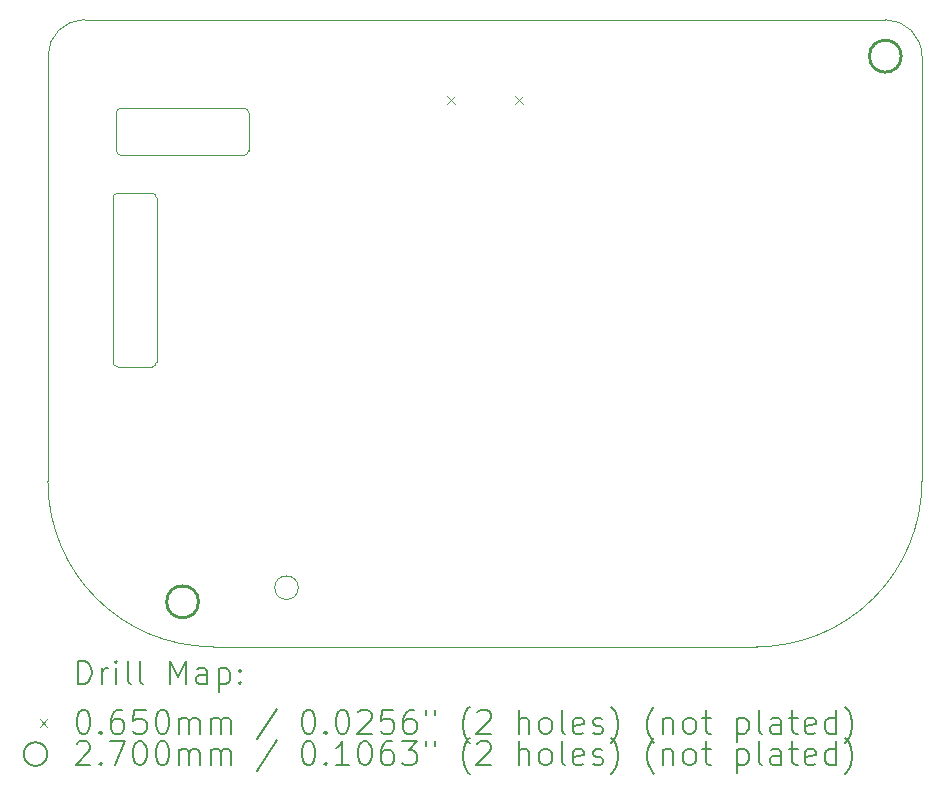
<source format=gbr>
%TF.GenerationSoftware,KiCad,Pcbnew,9.0.0*%
%TF.CreationDate,2025-04-02T18:41:46+03:00*%
%TF.ProjectId,bbq20_keyboard,62627132-305f-46b6-9579-626f6172642e,2*%
%TF.SameCoordinates,Original*%
%TF.FileFunction,Drillmap*%
%TF.FilePolarity,Positive*%
%FSLAX45Y45*%
G04 Gerber Fmt 4.5, Leading zero omitted, Abs format (unit mm)*
G04 Created by KiCad (PCBNEW 9.0.0) date 2025-04-02 18:41:46*
%MOMM*%
%LPD*%
G01*
G04 APERTURE LIST*
%ADD10C,0.100000*%
%ADD11C,0.200000*%
%ADD12C,0.270000*%
G04 APERTURE END LIST*
D10*
X11960000Y-9930000D02*
X11670000Y-9930000D01*
X18170000Y-6990000D02*
G75*
G02*
X18480000Y-7300000I0J-310000D01*
G01*
X12740000Y-7740000D02*
X11700000Y-7740000D01*
X11660000Y-7780000D02*
G75*
G02*
X11700000Y-7740000I40000J0D01*
G01*
X11700000Y-8140000D02*
X12740000Y-8140000D01*
X18170000Y-6990000D02*
X11390000Y-6990000D01*
X11960000Y-8460000D02*
X11670000Y-8460000D01*
X11960000Y-8460000D02*
G75*
G02*
X12000000Y-8500000I0J-40000D01*
G01*
X11630000Y-8500000D02*
X11630000Y-9890000D01*
X12000000Y-9890000D02*
G75*
G02*
X11960000Y-9930000I-40000J0D01*
G01*
X11660000Y-7780000D02*
X11660000Y-8100000D01*
X11700000Y-8140000D02*
G75*
G02*
X11660000Y-8100000I0J40000D01*
G01*
X11670000Y-9930000D02*
G75*
G02*
X11630000Y-9890000I0J40000D01*
G01*
X11080000Y-7300000D02*
G75*
G02*
X11390000Y-6990000I310000J0D01*
G01*
X18480000Y-10900000D02*
G75*
G02*
X17080000Y-12300000I-1400000J0D01*
G01*
X12780000Y-7780000D02*
X12780000Y-8100000D01*
X18480000Y-7300000D02*
X18480000Y-10900000D01*
X12000000Y-8500000D02*
X12000000Y-9890000D01*
X12480000Y-12300000D02*
G75*
G02*
X11080000Y-10900000I0J1400000D01*
G01*
X12740000Y-7740000D02*
G75*
G02*
X12780000Y-7780000I0J-40000D01*
G01*
X11630000Y-8500000D02*
G75*
G02*
X11670000Y-8460000I40000J0D01*
G01*
X17080000Y-12300000D02*
X12480000Y-12300000D01*
X13200000Y-11800000D02*
G75*
G02*
X13000000Y-11800000I-100000J0D01*
G01*
X13000000Y-11800000D02*
G75*
G02*
X13200000Y-11800000I100000J0D01*
G01*
X12780000Y-8100000D02*
G75*
G02*
X12740000Y-8140000I-40000J0D01*
G01*
X11080000Y-10900000D02*
X11080000Y-7300000D01*
D11*
D10*
X14458500Y-7637500D02*
X14523500Y-7702500D01*
X14523500Y-7637500D02*
X14458500Y-7702500D01*
X15036500Y-7637500D02*
X15101500Y-7702500D01*
X15101500Y-7637500D02*
X15036500Y-7702500D01*
D12*
X12355000Y-11920000D02*
G75*
G02*
X12085000Y-11920000I-135000J0D01*
G01*
X12085000Y-11920000D02*
G75*
G02*
X12355000Y-11920000I135000J0D01*
G01*
X18305000Y-7300000D02*
G75*
G02*
X18035000Y-7300000I-135000J0D01*
G01*
X18035000Y-7300000D02*
G75*
G02*
X18305000Y-7300000I135000J0D01*
G01*
D11*
X11335777Y-12616484D02*
X11335777Y-12416484D01*
X11335777Y-12416484D02*
X11383396Y-12416484D01*
X11383396Y-12416484D02*
X11411967Y-12426008D01*
X11411967Y-12426008D02*
X11431015Y-12445055D01*
X11431015Y-12445055D02*
X11440539Y-12464103D01*
X11440539Y-12464103D02*
X11450062Y-12502198D01*
X11450062Y-12502198D02*
X11450062Y-12530769D01*
X11450062Y-12530769D02*
X11440539Y-12568865D01*
X11440539Y-12568865D02*
X11431015Y-12587912D01*
X11431015Y-12587912D02*
X11411967Y-12606960D01*
X11411967Y-12606960D02*
X11383396Y-12616484D01*
X11383396Y-12616484D02*
X11335777Y-12616484D01*
X11535777Y-12616484D02*
X11535777Y-12483150D01*
X11535777Y-12521246D02*
X11545301Y-12502198D01*
X11545301Y-12502198D02*
X11554824Y-12492674D01*
X11554824Y-12492674D02*
X11573872Y-12483150D01*
X11573872Y-12483150D02*
X11592920Y-12483150D01*
X11659586Y-12616484D02*
X11659586Y-12483150D01*
X11659586Y-12416484D02*
X11650062Y-12426008D01*
X11650062Y-12426008D02*
X11659586Y-12435531D01*
X11659586Y-12435531D02*
X11669110Y-12426008D01*
X11669110Y-12426008D02*
X11659586Y-12416484D01*
X11659586Y-12416484D02*
X11659586Y-12435531D01*
X11783396Y-12616484D02*
X11764348Y-12606960D01*
X11764348Y-12606960D02*
X11754824Y-12587912D01*
X11754824Y-12587912D02*
X11754824Y-12416484D01*
X11888158Y-12616484D02*
X11869110Y-12606960D01*
X11869110Y-12606960D02*
X11859586Y-12587912D01*
X11859586Y-12587912D02*
X11859586Y-12416484D01*
X12116729Y-12616484D02*
X12116729Y-12416484D01*
X12116729Y-12416484D02*
X12183396Y-12559341D01*
X12183396Y-12559341D02*
X12250062Y-12416484D01*
X12250062Y-12416484D02*
X12250062Y-12616484D01*
X12431015Y-12616484D02*
X12431015Y-12511722D01*
X12431015Y-12511722D02*
X12421491Y-12492674D01*
X12421491Y-12492674D02*
X12402443Y-12483150D01*
X12402443Y-12483150D02*
X12364348Y-12483150D01*
X12364348Y-12483150D02*
X12345301Y-12492674D01*
X12431015Y-12606960D02*
X12411967Y-12616484D01*
X12411967Y-12616484D02*
X12364348Y-12616484D01*
X12364348Y-12616484D02*
X12345301Y-12606960D01*
X12345301Y-12606960D02*
X12335777Y-12587912D01*
X12335777Y-12587912D02*
X12335777Y-12568865D01*
X12335777Y-12568865D02*
X12345301Y-12549817D01*
X12345301Y-12549817D02*
X12364348Y-12540293D01*
X12364348Y-12540293D02*
X12411967Y-12540293D01*
X12411967Y-12540293D02*
X12431015Y-12530769D01*
X12526253Y-12483150D02*
X12526253Y-12683150D01*
X12526253Y-12492674D02*
X12545301Y-12483150D01*
X12545301Y-12483150D02*
X12583396Y-12483150D01*
X12583396Y-12483150D02*
X12602443Y-12492674D01*
X12602443Y-12492674D02*
X12611967Y-12502198D01*
X12611967Y-12502198D02*
X12621491Y-12521246D01*
X12621491Y-12521246D02*
X12621491Y-12578388D01*
X12621491Y-12578388D02*
X12611967Y-12597436D01*
X12611967Y-12597436D02*
X12602443Y-12606960D01*
X12602443Y-12606960D02*
X12583396Y-12616484D01*
X12583396Y-12616484D02*
X12545301Y-12616484D01*
X12545301Y-12616484D02*
X12526253Y-12606960D01*
X12707205Y-12597436D02*
X12716729Y-12606960D01*
X12716729Y-12606960D02*
X12707205Y-12616484D01*
X12707205Y-12616484D02*
X12697682Y-12606960D01*
X12697682Y-12606960D02*
X12707205Y-12597436D01*
X12707205Y-12597436D02*
X12707205Y-12616484D01*
X12707205Y-12492674D02*
X12716729Y-12502198D01*
X12716729Y-12502198D02*
X12707205Y-12511722D01*
X12707205Y-12511722D02*
X12697682Y-12502198D01*
X12697682Y-12502198D02*
X12707205Y-12492674D01*
X12707205Y-12492674D02*
X12707205Y-12511722D01*
D10*
X11010000Y-12912500D02*
X11075000Y-12977500D01*
X11075000Y-12912500D02*
X11010000Y-12977500D01*
D11*
X11373872Y-12836484D02*
X11392920Y-12836484D01*
X11392920Y-12836484D02*
X11411967Y-12846008D01*
X11411967Y-12846008D02*
X11421491Y-12855531D01*
X11421491Y-12855531D02*
X11431015Y-12874579D01*
X11431015Y-12874579D02*
X11440539Y-12912674D01*
X11440539Y-12912674D02*
X11440539Y-12960293D01*
X11440539Y-12960293D02*
X11431015Y-12998388D01*
X11431015Y-12998388D02*
X11421491Y-13017436D01*
X11421491Y-13017436D02*
X11411967Y-13026960D01*
X11411967Y-13026960D02*
X11392920Y-13036484D01*
X11392920Y-13036484D02*
X11373872Y-13036484D01*
X11373872Y-13036484D02*
X11354824Y-13026960D01*
X11354824Y-13026960D02*
X11345301Y-13017436D01*
X11345301Y-13017436D02*
X11335777Y-12998388D01*
X11335777Y-12998388D02*
X11326253Y-12960293D01*
X11326253Y-12960293D02*
X11326253Y-12912674D01*
X11326253Y-12912674D02*
X11335777Y-12874579D01*
X11335777Y-12874579D02*
X11345301Y-12855531D01*
X11345301Y-12855531D02*
X11354824Y-12846008D01*
X11354824Y-12846008D02*
X11373872Y-12836484D01*
X11526253Y-13017436D02*
X11535777Y-13026960D01*
X11535777Y-13026960D02*
X11526253Y-13036484D01*
X11526253Y-13036484D02*
X11516729Y-13026960D01*
X11516729Y-13026960D02*
X11526253Y-13017436D01*
X11526253Y-13017436D02*
X11526253Y-13036484D01*
X11707205Y-12836484D02*
X11669110Y-12836484D01*
X11669110Y-12836484D02*
X11650062Y-12846008D01*
X11650062Y-12846008D02*
X11640539Y-12855531D01*
X11640539Y-12855531D02*
X11621491Y-12884103D01*
X11621491Y-12884103D02*
X11611967Y-12922198D01*
X11611967Y-12922198D02*
X11611967Y-12998388D01*
X11611967Y-12998388D02*
X11621491Y-13017436D01*
X11621491Y-13017436D02*
X11631015Y-13026960D01*
X11631015Y-13026960D02*
X11650062Y-13036484D01*
X11650062Y-13036484D02*
X11688158Y-13036484D01*
X11688158Y-13036484D02*
X11707205Y-13026960D01*
X11707205Y-13026960D02*
X11716729Y-13017436D01*
X11716729Y-13017436D02*
X11726253Y-12998388D01*
X11726253Y-12998388D02*
X11726253Y-12950769D01*
X11726253Y-12950769D02*
X11716729Y-12931722D01*
X11716729Y-12931722D02*
X11707205Y-12922198D01*
X11707205Y-12922198D02*
X11688158Y-12912674D01*
X11688158Y-12912674D02*
X11650062Y-12912674D01*
X11650062Y-12912674D02*
X11631015Y-12922198D01*
X11631015Y-12922198D02*
X11621491Y-12931722D01*
X11621491Y-12931722D02*
X11611967Y-12950769D01*
X11907205Y-12836484D02*
X11811967Y-12836484D01*
X11811967Y-12836484D02*
X11802443Y-12931722D01*
X11802443Y-12931722D02*
X11811967Y-12922198D01*
X11811967Y-12922198D02*
X11831015Y-12912674D01*
X11831015Y-12912674D02*
X11878634Y-12912674D01*
X11878634Y-12912674D02*
X11897682Y-12922198D01*
X11897682Y-12922198D02*
X11907205Y-12931722D01*
X11907205Y-12931722D02*
X11916729Y-12950769D01*
X11916729Y-12950769D02*
X11916729Y-12998388D01*
X11916729Y-12998388D02*
X11907205Y-13017436D01*
X11907205Y-13017436D02*
X11897682Y-13026960D01*
X11897682Y-13026960D02*
X11878634Y-13036484D01*
X11878634Y-13036484D02*
X11831015Y-13036484D01*
X11831015Y-13036484D02*
X11811967Y-13026960D01*
X11811967Y-13026960D02*
X11802443Y-13017436D01*
X12040539Y-12836484D02*
X12059586Y-12836484D01*
X12059586Y-12836484D02*
X12078634Y-12846008D01*
X12078634Y-12846008D02*
X12088158Y-12855531D01*
X12088158Y-12855531D02*
X12097682Y-12874579D01*
X12097682Y-12874579D02*
X12107205Y-12912674D01*
X12107205Y-12912674D02*
X12107205Y-12960293D01*
X12107205Y-12960293D02*
X12097682Y-12998388D01*
X12097682Y-12998388D02*
X12088158Y-13017436D01*
X12088158Y-13017436D02*
X12078634Y-13026960D01*
X12078634Y-13026960D02*
X12059586Y-13036484D01*
X12059586Y-13036484D02*
X12040539Y-13036484D01*
X12040539Y-13036484D02*
X12021491Y-13026960D01*
X12021491Y-13026960D02*
X12011967Y-13017436D01*
X12011967Y-13017436D02*
X12002443Y-12998388D01*
X12002443Y-12998388D02*
X11992920Y-12960293D01*
X11992920Y-12960293D02*
X11992920Y-12912674D01*
X11992920Y-12912674D02*
X12002443Y-12874579D01*
X12002443Y-12874579D02*
X12011967Y-12855531D01*
X12011967Y-12855531D02*
X12021491Y-12846008D01*
X12021491Y-12846008D02*
X12040539Y-12836484D01*
X12192920Y-13036484D02*
X12192920Y-12903150D01*
X12192920Y-12922198D02*
X12202443Y-12912674D01*
X12202443Y-12912674D02*
X12221491Y-12903150D01*
X12221491Y-12903150D02*
X12250063Y-12903150D01*
X12250063Y-12903150D02*
X12269110Y-12912674D01*
X12269110Y-12912674D02*
X12278634Y-12931722D01*
X12278634Y-12931722D02*
X12278634Y-13036484D01*
X12278634Y-12931722D02*
X12288158Y-12912674D01*
X12288158Y-12912674D02*
X12307205Y-12903150D01*
X12307205Y-12903150D02*
X12335777Y-12903150D01*
X12335777Y-12903150D02*
X12354824Y-12912674D01*
X12354824Y-12912674D02*
X12364348Y-12931722D01*
X12364348Y-12931722D02*
X12364348Y-13036484D01*
X12459586Y-13036484D02*
X12459586Y-12903150D01*
X12459586Y-12922198D02*
X12469110Y-12912674D01*
X12469110Y-12912674D02*
X12488158Y-12903150D01*
X12488158Y-12903150D02*
X12516729Y-12903150D01*
X12516729Y-12903150D02*
X12535777Y-12912674D01*
X12535777Y-12912674D02*
X12545301Y-12931722D01*
X12545301Y-12931722D02*
X12545301Y-13036484D01*
X12545301Y-12931722D02*
X12554824Y-12912674D01*
X12554824Y-12912674D02*
X12573872Y-12903150D01*
X12573872Y-12903150D02*
X12602443Y-12903150D01*
X12602443Y-12903150D02*
X12621491Y-12912674D01*
X12621491Y-12912674D02*
X12631015Y-12931722D01*
X12631015Y-12931722D02*
X12631015Y-13036484D01*
X13021491Y-12826960D02*
X12850063Y-13084103D01*
X13278634Y-12836484D02*
X13297682Y-12836484D01*
X13297682Y-12836484D02*
X13316729Y-12846008D01*
X13316729Y-12846008D02*
X13326253Y-12855531D01*
X13326253Y-12855531D02*
X13335777Y-12874579D01*
X13335777Y-12874579D02*
X13345301Y-12912674D01*
X13345301Y-12912674D02*
X13345301Y-12960293D01*
X13345301Y-12960293D02*
X13335777Y-12998388D01*
X13335777Y-12998388D02*
X13326253Y-13017436D01*
X13326253Y-13017436D02*
X13316729Y-13026960D01*
X13316729Y-13026960D02*
X13297682Y-13036484D01*
X13297682Y-13036484D02*
X13278634Y-13036484D01*
X13278634Y-13036484D02*
X13259586Y-13026960D01*
X13259586Y-13026960D02*
X13250063Y-13017436D01*
X13250063Y-13017436D02*
X13240539Y-12998388D01*
X13240539Y-12998388D02*
X13231015Y-12960293D01*
X13231015Y-12960293D02*
X13231015Y-12912674D01*
X13231015Y-12912674D02*
X13240539Y-12874579D01*
X13240539Y-12874579D02*
X13250063Y-12855531D01*
X13250063Y-12855531D02*
X13259586Y-12846008D01*
X13259586Y-12846008D02*
X13278634Y-12836484D01*
X13431015Y-13017436D02*
X13440539Y-13026960D01*
X13440539Y-13026960D02*
X13431015Y-13036484D01*
X13431015Y-13036484D02*
X13421491Y-13026960D01*
X13421491Y-13026960D02*
X13431015Y-13017436D01*
X13431015Y-13017436D02*
X13431015Y-13036484D01*
X13564348Y-12836484D02*
X13583396Y-12836484D01*
X13583396Y-12836484D02*
X13602444Y-12846008D01*
X13602444Y-12846008D02*
X13611967Y-12855531D01*
X13611967Y-12855531D02*
X13621491Y-12874579D01*
X13621491Y-12874579D02*
X13631015Y-12912674D01*
X13631015Y-12912674D02*
X13631015Y-12960293D01*
X13631015Y-12960293D02*
X13621491Y-12998388D01*
X13621491Y-12998388D02*
X13611967Y-13017436D01*
X13611967Y-13017436D02*
X13602444Y-13026960D01*
X13602444Y-13026960D02*
X13583396Y-13036484D01*
X13583396Y-13036484D02*
X13564348Y-13036484D01*
X13564348Y-13036484D02*
X13545301Y-13026960D01*
X13545301Y-13026960D02*
X13535777Y-13017436D01*
X13535777Y-13017436D02*
X13526253Y-12998388D01*
X13526253Y-12998388D02*
X13516729Y-12960293D01*
X13516729Y-12960293D02*
X13516729Y-12912674D01*
X13516729Y-12912674D02*
X13526253Y-12874579D01*
X13526253Y-12874579D02*
X13535777Y-12855531D01*
X13535777Y-12855531D02*
X13545301Y-12846008D01*
X13545301Y-12846008D02*
X13564348Y-12836484D01*
X13707206Y-12855531D02*
X13716729Y-12846008D01*
X13716729Y-12846008D02*
X13735777Y-12836484D01*
X13735777Y-12836484D02*
X13783396Y-12836484D01*
X13783396Y-12836484D02*
X13802444Y-12846008D01*
X13802444Y-12846008D02*
X13811967Y-12855531D01*
X13811967Y-12855531D02*
X13821491Y-12874579D01*
X13821491Y-12874579D02*
X13821491Y-12893627D01*
X13821491Y-12893627D02*
X13811967Y-12922198D01*
X13811967Y-12922198D02*
X13697682Y-13036484D01*
X13697682Y-13036484D02*
X13821491Y-13036484D01*
X14002444Y-12836484D02*
X13907206Y-12836484D01*
X13907206Y-12836484D02*
X13897682Y-12931722D01*
X13897682Y-12931722D02*
X13907206Y-12922198D01*
X13907206Y-12922198D02*
X13926253Y-12912674D01*
X13926253Y-12912674D02*
X13973872Y-12912674D01*
X13973872Y-12912674D02*
X13992920Y-12922198D01*
X13992920Y-12922198D02*
X14002444Y-12931722D01*
X14002444Y-12931722D02*
X14011967Y-12950769D01*
X14011967Y-12950769D02*
X14011967Y-12998388D01*
X14011967Y-12998388D02*
X14002444Y-13017436D01*
X14002444Y-13017436D02*
X13992920Y-13026960D01*
X13992920Y-13026960D02*
X13973872Y-13036484D01*
X13973872Y-13036484D02*
X13926253Y-13036484D01*
X13926253Y-13036484D02*
X13907206Y-13026960D01*
X13907206Y-13026960D02*
X13897682Y-13017436D01*
X14183396Y-12836484D02*
X14145301Y-12836484D01*
X14145301Y-12836484D02*
X14126253Y-12846008D01*
X14126253Y-12846008D02*
X14116729Y-12855531D01*
X14116729Y-12855531D02*
X14097682Y-12884103D01*
X14097682Y-12884103D02*
X14088158Y-12922198D01*
X14088158Y-12922198D02*
X14088158Y-12998388D01*
X14088158Y-12998388D02*
X14097682Y-13017436D01*
X14097682Y-13017436D02*
X14107206Y-13026960D01*
X14107206Y-13026960D02*
X14126253Y-13036484D01*
X14126253Y-13036484D02*
X14164348Y-13036484D01*
X14164348Y-13036484D02*
X14183396Y-13026960D01*
X14183396Y-13026960D02*
X14192920Y-13017436D01*
X14192920Y-13017436D02*
X14202444Y-12998388D01*
X14202444Y-12998388D02*
X14202444Y-12950769D01*
X14202444Y-12950769D02*
X14192920Y-12931722D01*
X14192920Y-12931722D02*
X14183396Y-12922198D01*
X14183396Y-12922198D02*
X14164348Y-12912674D01*
X14164348Y-12912674D02*
X14126253Y-12912674D01*
X14126253Y-12912674D02*
X14107206Y-12922198D01*
X14107206Y-12922198D02*
X14097682Y-12931722D01*
X14097682Y-12931722D02*
X14088158Y-12950769D01*
X14278634Y-12836484D02*
X14278634Y-12874579D01*
X14354825Y-12836484D02*
X14354825Y-12874579D01*
X14650063Y-13112674D02*
X14640539Y-13103150D01*
X14640539Y-13103150D02*
X14621491Y-13074579D01*
X14621491Y-13074579D02*
X14611968Y-13055531D01*
X14611968Y-13055531D02*
X14602444Y-13026960D01*
X14602444Y-13026960D02*
X14592920Y-12979341D01*
X14592920Y-12979341D02*
X14592920Y-12941246D01*
X14592920Y-12941246D02*
X14602444Y-12893627D01*
X14602444Y-12893627D02*
X14611968Y-12865055D01*
X14611968Y-12865055D02*
X14621491Y-12846008D01*
X14621491Y-12846008D02*
X14640539Y-12817436D01*
X14640539Y-12817436D02*
X14650063Y-12807912D01*
X14716729Y-12855531D02*
X14726253Y-12846008D01*
X14726253Y-12846008D02*
X14745301Y-12836484D01*
X14745301Y-12836484D02*
X14792920Y-12836484D01*
X14792920Y-12836484D02*
X14811968Y-12846008D01*
X14811968Y-12846008D02*
X14821491Y-12855531D01*
X14821491Y-12855531D02*
X14831015Y-12874579D01*
X14831015Y-12874579D02*
X14831015Y-12893627D01*
X14831015Y-12893627D02*
X14821491Y-12922198D01*
X14821491Y-12922198D02*
X14707206Y-13036484D01*
X14707206Y-13036484D02*
X14831015Y-13036484D01*
X15069110Y-13036484D02*
X15069110Y-12836484D01*
X15154825Y-13036484D02*
X15154825Y-12931722D01*
X15154825Y-12931722D02*
X15145301Y-12912674D01*
X15145301Y-12912674D02*
X15126253Y-12903150D01*
X15126253Y-12903150D02*
X15097682Y-12903150D01*
X15097682Y-12903150D02*
X15078634Y-12912674D01*
X15078634Y-12912674D02*
X15069110Y-12922198D01*
X15278634Y-13036484D02*
X15259587Y-13026960D01*
X15259587Y-13026960D02*
X15250063Y-13017436D01*
X15250063Y-13017436D02*
X15240539Y-12998388D01*
X15240539Y-12998388D02*
X15240539Y-12941246D01*
X15240539Y-12941246D02*
X15250063Y-12922198D01*
X15250063Y-12922198D02*
X15259587Y-12912674D01*
X15259587Y-12912674D02*
X15278634Y-12903150D01*
X15278634Y-12903150D02*
X15307206Y-12903150D01*
X15307206Y-12903150D02*
X15326253Y-12912674D01*
X15326253Y-12912674D02*
X15335777Y-12922198D01*
X15335777Y-12922198D02*
X15345301Y-12941246D01*
X15345301Y-12941246D02*
X15345301Y-12998388D01*
X15345301Y-12998388D02*
X15335777Y-13017436D01*
X15335777Y-13017436D02*
X15326253Y-13026960D01*
X15326253Y-13026960D02*
X15307206Y-13036484D01*
X15307206Y-13036484D02*
X15278634Y-13036484D01*
X15459587Y-13036484D02*
X15440539Y-13026960D01*
X15440539Y-13026960D02*
X15431015Y-13007912D01*
X15431015Y-13007912D02*
X15431015Y-12836484D01*
X15611968Y-13026960D02*
X15592920Y-13036484D01*
X15592920Y-13036484D02*
X15554825Y-13036484D01*
X15554825Y-13036484D02*
X15535777Y-13026960D01*
X15535777Y-13026960D02*
X15526253Y-13007912D01*
X15526253Y-13007912D02*
X15526253Y-12931722D01*
X15526253Y-12931722D02*
X15535777Y-12912674D01*
X15535777Y-12912674D02*
X15554825Y-12903150D01*
X15554825Y-12903150D02*
X15592920Y-12903150D01*
X15592920Y-12903150D02*
X15611968Y-12912674D01*
X15611968Y-12912674D02*
X15621491Y-12931722D01*
X15621491Y-12931722D02*
X15621491Y-12950769D01*
X15621491Y-12950769D02*
X15526253Y-12969817D01*
X15697682Y-13026960D02*
X15716730Y-13036484D01*
X15716730Y-13036484D02*
X15754825Y-13036484D01*
X15754825Y-13036484D02*
X15773872Y-13026960D01*
X15773872Y-13026960D02*
X15783396Y-13007912D01*
X15783396Y-13007912D02*
X15783396Y-12998388D01*
X15783396Y-12998388D02*
X15773872Y-12979341D01*
X15773872Y-12979341D02*
X15754825Y-12969817D01*
X15754825Y-12969817D02*
X15726253Y-12969817D01*
X15726253Y-12969817D02*
X15707206Y-12960293D01*
X15707206Y-12960293D02*
X15697682Y-12941246D01*
X15697682Y-12941246D02*
X15697682Y-12931722D01*
X15697682Y-12931722D02*
X15707206Y-12912674D01*
X15707206Y-12912674D02*
X15726253Y-12903150D01*
X15726253Y-12903150D02*
X15754825Y-12903150D01*
X15754825Y-12903150D02*
X15773872Y-12912674D01*
X15850063Y-13112674D02*
X15859587Y-13103150D01*
X15859587Y-13103150D02*
X15878634Y-13074579D01*
X15878634Y-13074579D02*
X15888158Y-13055531D01*
X15888158Y-13055531D02*
X15897682Y-13026960D01*
X15897682Y-13026960D02*
X15907206Y-12979341D01*
X15907206Y-12979341D02*
X15907206Y-12941246D01*
X15907206Y-12941246D02*
X15897682Y-12893627D01*
X15897682Y-12893627D02*
X15888158Y-12865055D01*
X15888158Y-12865055D02*
X15878634Y-12846008D01*
X15878634Y-12846008D02*
X15859587Y-12817436D01*
X15859587Y-12817436D02*
X15850063Y-12807912D01*
X16211968Y-13112674D02*
X16202444Y-13103150D01*
X16202444Y-13103150D02*
X16183396Y-13074579D01*
X16183396Y-13074579D02*
X16173872Y-13055531D01*
X16173872Y-13055531D02*
X16164349Y-13026960D01*
X16164349Y-13026960D02*
X16154825Y-12979341D01*
X16154825Y-12979341D02*
X16154825Y-12941246D01*
X16154825Y-12941246D02*
X16164349Y-12893627D01*
X16164349Y-12893627D02*
X16173872Y-12865055D01*
X16173872Y-12865055D02*
X16183396Y-12846008D01*
X16183396Y-12846008D02*
X16202444Y-12817436D01*
X16202444Y-12817436D02*
X16211968Y-12807912D01*
X16288158Y-12903150D02*
X16288158Y-13036484D01*
X16288158Y-12922198D02*
X16297682Y-12912674D01*
X16297682Y-12912674D02*
X16316730Y-12903150D01*
X16316730Y-12903150D02*
X16345301Y-12903150D01*
X16345301Y-12903150D02*
X16364349Y-12912674D01*
X16364349Y-12912674D02*
X16373872Y-12931722D01*
X16373872Y-12931722D02*
X16373872Y-13036484D01*
X16497682Y-13036484D02*
X16478634Y-13026960D01*
X16478634Y-13026960D02*
X16469111Y-13017436D01*
X16469111Y-13017436D02*
X16459587Y-12998388D01*
X16459587Y-12998388D02*
X16459587Y-12941246D01*
X16459587Y-12941246D02*
X16469111Y-12922198D01*
X16469111Y-12922198D02*
X16478634Y-12912674D01*
X16478634Y-12912674D02*
X16497682Y-12903150D01*
X16497682Y-12903150D02*
X16526253Y-12903150D01*
X16526253Y-12903150D02*
X16545301Y-12912674D01*
X16545301Y-12912674D02*
X16554825Y-12922198D01*
X16554825Y-12922198D02*
X16564349Y-12941246D01*
X16564349Y-12941246D02*
X16564349Y-12998388D01*
X16564349Y-12998388D02*
X16554825Y-13017436D01*
X16554825Y-13017436D02*
X16545301Y-13026960D01*
X16545301Y-13026960D02*
X16526253Y-13036484D01*
X16526253Y-13036484D02*
X16497682Y-13036484D01*
X16621492Y-12903150D02*
X16697682Y-12903150D01*
X16650063Y-12836484D02*
X16650063Y-13007912D01*
X16650063Y-13007912D02*
X16659587Y-13026960D01*
X16659587Y-13026960D02*
X16678634Y-13036484D01*
X16678634Y-13036484D02*
X16697682Y-13036484D01*
X16916730Y-12903150D02*
X16916730Y-13103150D01*
X16916730Y-12912674D02*
X16935777Y-12903150D01*
X16935777Y-12903150D02*
X16973873Y-12903150D01*
X16973873Y-12903150D02*
X16992920Y-12912674D01*
X16992920Y-12912674D02*
X17002444Y-12922198D01*
X17002444Y-12922198D02*
X17011968Y-12941246D01*
X17011968Y-12941246D02*
X17011968Y-12998388D01*
X17011968Y-12998388D02*
X17002444Y-13017436D01*
X17002444Y-13017436D02*
X16992920Y-13026960D01*
X16992920Y-13026960D02*
X16973873Y-13036484D01*
X16973873Y-13036484D02*
X16935777Y-13036484D01*
X16935777Y-13036484D02*
X16916730Y-13026960D01*
X17126254Y-13036484D02*
X17107206Y-13026960D01*
X17107206Y-13026960D02*
X17097682Y-13007912D01*
X17097682Y-13007912D02*
X17097682Y-12836484D01*
X17288158Y-13036484D02*
X17288158Y-12931722D01*
X17288158Y-12931722D02*
X17278635Y-12912674D01*
X17278635Y-12912674D02*
X17259587Y-12903150D01*
X17259587Y-12903150D02*
X17221492Y-12903150D01*
X17221492Y-12903150D02*
X17202444Y-12912674D01*
X17288158Y-13026960D02*
X17269111Y-13036484D01*
X17269111Y-13036484D02*
X17221492Y-13036484D01*
X17221492Y-13036484D02*
X17202444Y-13026960D01*
X17202444Y-13026960D02*
X17192920Y-13007912D01*
X17192920Y-13007912D02*
X17192920Y-12988865D01*
X17192920Y-12988865D02*
X17202444Y-12969817D01*
X17202444Y-12969817D02*
X17221492Y-12960293D01*
X17221492Y-12960293D02*
X17269111Y-12960293D01*
X17269111Y-12960293D02*
X17288158Y-12950769D01*
X17354825Y-12903150D02*
X17431015Y-12903150D01*
X17383396Y-12836484D02*
X17383396Y-13007912D01*
X17383396Y-13007912D02*
X17392920Y-13026960D01*
X17392920Y-13026960D02*
X17411968Y-13036484D01*
X17411968Y-13036484D02*
X17431015Y-13036484D01*
X17573873Y-13026960D02*
X17554825Y-13036484D01*
X17554825Y-13036484D02*
X17516730Y-13036484D01*
X17516730Y-13036484D02*
X17497682Y-13026960D01*
X17497682Y-13026960D02*
X17488158Y-13007912D01*
X17488158Y-13007912D02*
X17488158Y-12931722D01*
X17488158Y-12931722D02*
X17497682Y-12912674D01*
X17497682Y-12912674D02*
X17516730Y-12903150D01*
X17516730Y-12903150D02*
X17554825Y-12903150D01*
X17554825Y-12903150D02*
X17573873Y-12912674D01*
X17573873Y-12912674D02*
X17583396Y-12931722D01*
X17583396Y-12931722D02*
X17583396Y-12950769D01*
X17583396Y-12950769D02*
X17488158Y-12969817D01*
X17754825Y-13036484D02*
X17754825Y-12836484D01*
X17754825Y-13026960D02*
X17735777Y-13036484D01*
X17735777Y-13036484D02*
X17697682Y-13036484D01*
X17697682Y-13036484D02*
X17678635Y-13026960D01*
X17678635Y-13026960D02*
X17669111Y-13017436D01*
X17669111Y-13017436D02*
X17659587Y-12998388D01*
X17659587Y-12998388D02*
X17659587Y-12941246D01*
X17659587Y-12941246D02*
X17669111Y-12922198D01*
X17669111Y-12922198D02*
X17678635Y-12912674D01*
X17678635Y-12912674D02*
X17697682Y-12903150D01*
X17697682Y-12903150D02*
X17735777Y-12903150D01*
X17735777Y-12903150D02*
X17754825Y-12912674D01*
X17831016Y-13112674D02*
X17840539Y-13103150D01*
X17840539Y-13103150D02*
X17859587Y-13074579D01*
X17859587Y-13074579D02*
X17869111Y-13055531D01*
X17869111Y-13055531D02*
X17878635Y-13026960D01*
X17878635Y-13026960D02*
X17888158Y-12979341D01*
X17888158Y-12979341D02*
X17888158Y-12941246D01*
X17888158Y-12941246D02*
X17878635Y-12893627D01*
X17878635Y-12893627D02*
X17869111Y-12865055D01*
X17869111Y-12865055D02*
X17859587Y-12846008D01*
X17859587Y-12846008D02*
X17840539Y-12817436D01*
X17840539Y-12817436D02*
X17831016Y-12807912D01*
X11075000Y-13209000D02*
G75*
G02*
X10875000Y-13209000I-100000J0D01*
G01*
X10875000Y-13209000D02*
G75*
G02*
X11075000Y-13209000I100000J0D01*
G01*
X11326253Y-13119531D02*
X11335777Y-13110008D01*
X11335777Y-13110008D02*
X11354824Y-13100484D01*
X11354824Y-13100484D02*
X11402443Y-13100484D01*
X11402443Y-13100484D02*
X11421491Y-13110008D01*
X11421491Y-13110008D02*
X11431015Y-13119531D01*
X11431015Y-13119531D02*
X11440539Y-13138579D01*
X11440539Y-13138579D02*
X11440539Y-13157627D01*
X11440539Y-13157627D02*
X11431015Y-13186198D01*
X11431015Y-13186198D02*
X11316729Y-13300484D01*
X11316729Y-13300484D02*
X11440539Y-13300484D01*
X11526253Y-13281436D02*
X11535777Y-13290960D01*
X11535777Y-13290960D02*
X11526253Y-13300484D01*
X11526253Y-13300484D02*
X11516729Y-13290960D01*
X11516729Y-13290960D02*
X11526253Y-13281436D01*
X11526253Y-13281436D02*
X11526253Y-13300484D01*
X11602443Y-13100484D02*
X11735777Y-13100484D01*
X11735777Y-13100484D02*
X11650062Y-13300484D01*
X11850062Y-13100484D02*
X11869110Y-13100484D01*
X11869110Y-13100484D02*
X11888158Y-13110008D01*
X11888158Y-13110008D02*
X11897682Y-13119531D01*
X11897682Y-13119531D02*
X11907205Y-13138579D01*
X11907205Y-13138579D02*
X11916729Y-13176674D01*
X11916729Y-13176674D02*
X11916729Y-13224293D01*
X11916729Y-13224293D02*
X11907205Y-13262388D01*
X11907205Y-13262388D02*
X11897682Y-13281436D01*
X11897682Y-13281436D02*
X11888158Y-13290960D01*
X11888158Y-13290960D02*
X11869110Y-13300484D01*
X11869110Y-13300484D02*
X11850062Y-13300484D01*
X11850062Y-13300484D02*
X11831015Y-13290960D01*
X11831015Y-13290960D02*
X11821491Y-13281436D01*
X11821491Y-13281436D02*
X11811967Y-13262388D01*
X11811967Y-13262388D02*
X11802443Y-13224293D01*
X11802443Y-13224293D02*
X11802443Y-13176674D01*
X11802443Y-13176674D02*
X11811967Y-13138579D01*
X11811967Y-13138579D02*
X11821491Y-13119531D01*
X11821491Y-13119531D02*
X11831015Y-13110008D01*
X11831015Y-13110008D02*
X11850062Y-13100484D01*
X12040539Y-13100484D02*
X12059586Y-13100484D01*
X12059586Y-13100484D02*
X12078634Y-13110008D01*
X12078634Y-13110008D02*
X12088158Y-13119531D01*
X12088158Y-13119531D02*
X12097682Y-13138579D01*
X12097682Y-13138579D02*
X12107205Y-13176674D01*
X12107205Y-13176674D02*
X12107205Y-13224293D01*
X12107205Y-13224293D02*
X12097682Y-13262388D01*
X12097682Y-13262388D02*
X12088158Y-13281436D01*
X12088158Y-13281436D02*
X12078634Y-13290960D01*
X12078634Y-13290960D02*
X12059586Y-13300484D01*
X12059586Y-13300484D02*
X12040539Y-13300484D01*
X12040539Y-13300484D02*
X12021491Y-13290960D01*
X12021491Y-13290960D02*
X12011967Y-13281436D01*
X12011967Y-13281436D02*
X12002443Y-13262388D01*
X12002443Y-13262388D02*
X11992920Y-13224293D01*
X11992920Y-13224293D02*
X11992920Y-13176674D01*
X11992920Y-13176674D02*
X12002443Y-13138579D01*
X12002443Y-13138579D02*
X12011967Y-13119531D01*
X12011967Y-13119531D02*
X12021491Y-13110008D01*
X12021491Y-13110008D02*
X12040539Y-13100484D01*
X12192920Y-13300484D02*
X12192920Y-13167150D01*
X12192920Y-13186198D02*
X12202443Y-13176674D01*
X12202443Y-13176674D02*
X12221491Y-13167150D01*
X12221491Y-13167150D02*
X12250063Y-13167150D01*
X12250063Y-13167150D02*
X12269110Y-13176674D01*
X12269110Y-13176674D02*
X12278634Y-13195722D01*
X12278634Y-13195722D02*
X12278634Y-13300484D01*
X12278634Y-13195722D02*
X12288158Y-13176674D01*
X12288158Y-13176674D02*
X12307205Y-13167150D01*
X12307205Y-13167150D02*
X12335777Y-13167150D01*
X12335777Y-13167150D02*
X12354824Y-13176674D01*
X12354824Y-13176674D02*
X12364348Y-13195722D01*
X12364348Y-13195722D02*
X12364348Y-13300484D01*
X12459586Y-13300484D02*
X12459586Y-13167150D01*
X12459586Y-13186198D02*
X12469110Y-13176674D01*
X12469110Y-13176674D02*
X12488158Y-13167150D01*
X12488158Y-13167150D02*
X12516729Y-13167150D01*
X12516729Y-13167150D02*
X12535777Y-13176674D01*
X12535777Y-13176674D02*
X12545301Y-13195722D01*
X12545301Y-13195722D02*
X12545301Y-13300484D01*
X12545301Y-13195722D02*
X12554824Y-13176674D01*
X12554824Y-13176674D02*
X12573872Y-13167150D01*
X12573872Y-13167150D02*
X12602443Y-13167150D01*
X12602443Y-13167150D02*
X12621491Y-13176674D01*
X12621491Y-13176674D02*
X12631015Y-13195722D01*
X12631015Y-13195722D02*
X12631015Y-13300484D01*
X13021491Y-13090960D02*
X12850063Y-13348103D01*
X13278634Y-13100484D02*
X13297682Y-13100484D01*
X13297682Y-13100484D02*
X13316729Y-13110008D01*
X13316729Y-13110008D02*
X13326253Y-13119531D01*
X13326253Y-13119531D02*
X13335777Y-13138579D01*
X13335777Y-13138579D02*
X13345301Y-13176674D01*
X13345301Y-13176674D02*
X13345301Y-13224293D01*
X13345301Y-13224293D02*
X13335777Y-13262388D01*
X13335777Y-13262388D02*
X13326253Y-13281436D01*
X13326253Y-13281436D02*
X13316729Y-13290960D01*
X13316729Y-13290960D02*
X13297682Y-13300484D01*
X13297682Y-13300484D02*
X13278634Y-13300484D01*
X13278634Y-13300484D02*
X13259586Y-13290960D01*
X13259586Y-13290960D02*
X13250063Y-13281436D01*
X13250063Y-13281436D02*
X13240539Y-13262388D01*
X13240539Y-13262388D02*
X13231015Y-13224293D01*
X13231015Y-13224293D02*
X13231015Y-13176674D01*
X13231015Y-13176674D02*
X13240539Y-13138579D01*
X13240539Y-13138579D02*
X13250063Y-13119531D01*
X13250063Y-13119531D02*
X13259586Y-13110008D01*
X13259586Y-13110008D02*
X13278634Y-13100484D01*
X13431015Y-13281436D02*
X13440539Y-13290960D01*
X13440539Y-13290960D02*
X13431015Y-13300484D01*
X13431015Y-13300484D02*
X13421491Y-13290960D01*
X13421491Y-13290960D02*
X13431015Y-13281436D01*
X13431015Y-13281436D02*
X13431015Y-13300484D01*
X13631015Y-13300484D02*
X13516729Y-13300484D01*
X13573872Y-13300484D02*
X13573872Y-13100484D01*
X13573872Y-13100484D02*
X13554825Y-13129055D01*
X13554825Y-13129055D02*
X13535777Y-13148103D01*
X13535777Y-13148103D02*
X13516729Y-13157627D01*
X13754825Y-13100484D02*
X13773872Y-13100484D01*
X13773872Y-13100484D02*
X13792920Y-13110008D01*
X13792920Y-13110008D02*
X13802444Y-13119531D01*
X13802444Y-13119531D02*
X13811967Y-13138579D01*
X13811967Y-13138579D02*
X13821491Y-13176674D01*
X13821491Y-13176674D02*
X13821491Y-13224293D01*
X13821491Y-13224293D02*
X13811967Y-13262388D01*
X13811967Y-13262388D02*
X13802444Y-13281436D01*
X13802444Y-13281436D02*
X13792920Y-13290960D01*
X13792920Y-13290960D02*
X13773872Y-13300484D01*
X13773872Y-13300484D02*
X13754825Y-13300484D01*
X13754825Y-13300484D02*
X13735777Y-13290960D01*
X13735777Y-13290960D02*
X13726253Y-13281436D01*
X13726253Y-13281436D02*
X13716729Y-13262388D01*
X13716729Y-13262388D02*
X13707206Y-13224293D01*
X13707206Y-13224293D02*
X13707206Y-13176674D01*
X13707206Y-13176674D02*
X13716729Y-13138579D01*
X13716729Y-13138579D02*
X13726253Y-13119531D01*
X13726253Y-13119531D02*
X13735777Y-13110008D01*
X13735777Y-13110008D02*
X13754825Y-13100484D01*
X13992920Y-13100484D02*
X13954825Y-13100484D01*
X13954825Y-13100484D02*
X13935777Y-13110008D01*
X13935777Y-13110008D02*
X13926253Y-13119531D01*
X13926253Y-13119531D02*
X13907206Y-13148103D01*
X13907206Y-13148103D02*
X13897682Y-13186198D01*
X13897682Y-13186198D02*
X13897682Y-13262388D01*
X13897682Y-13262388D02*
X13907206Y-13281436D01*
X13907206Y-13281436D02*
X13916729Y-13290960D01*
X13916729Y-13290960D02*
X13935777Y-13300484D01*
X13935777Y-13300484D02*
X13973872Y-13300484D01*
X13973872Y-13300484D02*
X13992920Y-13290960D01*
X13992920Y-13290960D02*
X14002444Y-13281436D01*
X14002444Y-13281436D02*
X14011967Y-13262388D01*
X14011967Y-13262388D02*
X14011967Y-13214769D01*
X14011967Y-13214769D02*
X14002444Y-13195722D01*
X14002444Y-13195722D02*
X13992920Y-13186198D01*
X13992920Y-13186198D02*
X13973872Y-13176674D01*
X13973872Y-13176674D02*
X13935777Y-13176674D01*
X13935777Y-13176674D02*
X13916729Y-13186198D01*
X13916729Y-13186198D02*
X13907206Y-13195722D01*
X13907206Y-13195722D02*
X13897682Y-13214769D01*
X14078634Y-13100484D02*
X14202444Y-13100484D01*
X14202444Y-13100484D02*
X14135777Y-13176674D01*
X14135777Y-13176674D02*
X14164348Y-13176674D01*
X14164348Y-13176674D02*
X14183396Y-13186198D01*
X14183396Y-13186198D02*
X14192920Y-13195722D01*
X14192920Y-13195722D02*
X14202444Y-13214769D01*
X14202444Y-13214769D02*
X14202444Y-13262388D01*
X14202444Y-13262388D02*
X14192920Y-13281436D01*
X14192920Y-13281436D02*
X14183396Y-13290960D01*
X14183396Y-13290960D02*
X14164348Y-13300484D01*
X14164348Y-13300484D02*
X14107206Y-13300484D01*
X14107206Y-13300484D02*
X14088158Y-13290960D01*
X14088158Y-13290960D02*
X14078634Y-13281436D01*
X14278634Y-13100484D02*
X14278634Y-13138579D01*
X14354825Y-13100484D02*
X14354825Y-13138579D01*
X14650063Y-13376674D02*
X14640539Y-13367150D01*
X14640539Y-13367150D02*
X14621491Y-13338579D01*
X14621491Y-13338579D02*
X14611968Y-13319531D01*
X14611968Y-13319531D02*
X14602444Y-13290960D01*
X14602444Y-13290960D02*
X14592920Y-13243341D01*
X14592920Y-13243341D02*
X14592920Y-13205246D01*
X14592920Y-13205246D02*
X14602444Y-13157627D01*
X14602444Y-13157627D02*
X14611968Y-13129055D01*
X14611968Y-13129055D02*
X14621491Y-13110008D01*
X14621491Y-13110008D02*
X14640539Y-13081436D01*
X14640539Y-13081436D02*
X14650063Y-13071912D01*
X14716729Y-13119531D02*
X14726253Y-13110008D01*
X14726253Y-13110008D02*
X14745301Y-13100484D01*
X14745301Y-13100484D02*
X14792920Y-13100484D01*
X14792920Y-13100484D02*
X14811968Y-13110008D01*
X14811968Y-13110008D02*
X14821491Y-13119531D01*
X14821491Y-13119531D02*
X14831015Y-13138579D01*
X14831015Y-13138579D02*
X14831015Y-13157627D01*
X14831015Y-13157627D02*
X14821491Y-13186198D01*
X14821491Y-13186198D02*
X14707206Y-13300484D01*
X14707206Y-13300484D02*
X14831015Y-13300484D01*
X15069110Y-13300484D02*
X15069110Y-13100484D01*
X15154825Y-13300484D02*
X15154825Y-13195722D01*
X15154825Y-13195722D02*
X15145301Y-13176674D01*
X15145301Y-13176674D02*
X15126253Y-13167150D01*
X15126253Y-13167150D02*
X15097682Y-13167150D01*
X15097682Y-13167150D02*
X15078634Y-13176674D01*
X15078634Y-13176674D02*
X15069110Y-13186198D01*
X15278634Y-13300484D02*
X15259587Y-13290960D01*
X15259587Y-13290960D02*
X15250063Y-13281436D01*
X15250063Y-13281436D02*
X15240539Y-13262388D01*
X15240539Y-13262388D02*
X15240539Y-13205246D01*
X15240539Y-13205246D02*
X15250063Y-13186198D01*
X15250063Y-13186198D02*
X15259587Y-13176674D01*
X15259587Y-13176674D02*
X15278634Y-13167150D01*
X15278634Y-13167150D02*
X15307206Y-13167150D01*
X15307206Y-13167150D02*
X15326253Y-13176674D01*
X15326253Y-13176674D02*
X15335777Y-13186198D01*
X15335777Y-13186198D02*
X15345301Y-13205246D01*
X15345301Y-13205246D02*
X15345301Y-13262388D01*
X15345301Y-13262388D02*
X15335777Y-13281436D01*
X15335777Y-13281436D02*
X15326253Y-13290960D01*
X15326253Y-13290960D02*
X15307206Y-13300484D01*
X15307206Y-13300484D02*
X15278634Y-13300484D01*
X15459587Y-13300484D02*
X15440539Y-13290960D01*
X15440539Y-13290960D02*
X15431015Y-13271912D01*
X15431015Y-13271912D02*
X15431015Y-13100484D01*
X15611968Y-13290960D02*
X15592920Y-13300484D01*
X15592920Y-13300484D02*
X15554825Y-13300484D01*
X15554825Y-13300484D02*
X15535777Y-13290960D01*
X15535777Y-13290960D02*
X15526253Y-13271912D01*
X15526253Y-13271912D02*
X15526253Y-13195722D01*
X15526253Y-13195722D02*
X15535777Y-13176674D01*
X15535777Y-13176674D02*
X15554825Y-13167150D01*
X15554825Y-13167150D02*
X15592920Y-13167150D01*
X15592920Y-13167150D02*
X15611968Y-13176674D01*
X15611968Y-13176674D02*
X15621491Y-13195722D01*
X15621491Y-13195722D02*
X15621491Y-13214769D01*
X15621491Y-13214769D02*
X15526253Y-13233817D01*
X15697682Y-13290960D02*
X15716730Y-13300484D01*
X15716730Y-13300484D02*
X15754825Y-13300484D01*
X15754825Y-13300484D02*
X15773872Y-13290960D01*
X15773872Y-13290960D02*
X15783396Y-13271912D01*
X15783396Y-13271912D02*
X15783396Y-13262388D01*
X15783396Y-13262388D02*
X15773872Y-13243341D01*
X15773872Y-13243341D02*
X15754825Y-13233817D01*
X15754825Y-13233817D02*
X15726253Y-13233817D01*
X15726253Y-13233817D02*
X15707206Y-13224293D01*
X15707206Y-13224293D02*
X15697682Y-13205246D01*
X15697682Y-13205246D02*
X15697682Y-13195722D01*
X15697682Y-13195722D02*
X15707206Y-13176674D01*
X15707206Y-13176674D02*
X15726253Y-13167150D01*
X15726253Y-13167150D02*
X15754825Y-13167150D01*
X15754825Y-13167150D02*
X15773872Y-13176674D01*
X15850063Y-13376674D02*
X15859587Y-13367150D01*
X15859587Y-13367150D02*
X15878634Y-13338579D01*
X15878634Y-13338579D02*
X15888158Y-13319531D01*
X15888158Y-13319531D02*
X15897682Y-13290960D01*
X15897682Y-13290960D02*
X15907206Y-13243341D01*
X15907206Y-13243341D02*
X15907206Y-13205246D01*
X15907206Y-13205246D02*
X15897682Y-13157627D01*
X15897682Y-13157627D02*
X15888158Y-13129055D01*
X15888158Y-13129055D02*
X15878634Y-13110008D01*
X15878634Y-13110008D02*
X15859587Y-13081436D01*
X15859587Y-13081436D02*
X15850063Y-13071912D01*
X16211968Y-13376674D02*
X16202444Y-13367150D01*
X16202444Y-13367150D02*
X16183396Y-13338579D01*
X16183396Y-13338579D02*
X16173872Y-13319531D01*
X16173872Y-13319531D02*
X16164349Y-13290960D01*
X16164349Y-13290960D02*
X16154825Y-13243341D01*
X16154825Y-13243341D02*
X16154825Y-13205246D01*
X16154825Y-13205246D02*
X16164349Y-13157627D01*
X16164349Y-13157627D02*
X16173872Y-13129055D01*
X16173872Y-13129055D02*
X16183396Y-13110008D01*
X16183396Y-13110008D02*
X16202444Y-13081436D01*
X16202444Y-13081436D02*
X16211968Y-13071912D01*
X16288158Y-13167150D02*
X16288158Y-13300484D01*
X16288158Y-13186198D02*
X16297682Y-13176674D01*
X16297682Y-13176674D02*
X16316730Y-13167150D01*
X16316730Y-13167150D02*
X16345301Y-13167150D01*
X16345301Y-13167150D02*
X16364349Y-13176674D01*
X16364349Y-13176674D02*
X16373872Y-13195722D01*
X16373872Y-13195722D02*
X16373872Y-13300484D01*
X16497682Y-13300484D02*
X16478634Y-13290960D01*
X16478634Y-13290960D02*
X16469111Y-13281436D01*
X16469111Y-13281436D02*
X16459587Y-13262388D01*
X16459587Y-13262388D02*
X16459587Y-13205246D01*
X16459587Y-13205246D02*
X16469111Y-13186198D01*
X16469111Y-13186198D02*
X16478634Y-13176674D01*
X16478634Y-13176674D02*
X16497682Y-13167150D01*
X16497682Y-13167150D02*
X16526253Y-13167150D01*
X16526253Y-13167150D02*
X16545301Y-13176674D01*
X16545301Y-13176674D02*
X16554825Y-13186198D01*
X16554825Y-13186198D02*
X16564349Y-13205246D01*
X16564349Y-13205246D02*
X16564349Y-13262388D01*
X16564349Y-13262388D02*
X16554825Y-13281436D01*
X16554825Y-13281436D02*
X16545301Y-13290960D01*
X16545301Y-13290960D02*
X16526253Y-13300484D01*
X16526253Y-13300484D02*
X16497682Y-13300484D01*
X16621492Y-13167150D02*
X16697682Y-13167150D01*
X16650063Y-13100484D02*
X16650063Y-13271912D01*
X16650063Y-13271912D02*
X16659587Y-13290960D01*
X16659587Y-13290960D02*
X16678634Y-13300484D01*
X16678634Y-13300484D02*
X16697682Y-13300484D01*
X16916730Y-13167150D02*
X16916730Y-13367150D01*
X16916730Y-13176674D02*
X16935777Y-13167150D01*
X16935777Y-13167150D02*
X16973873Y-13167150D01*
X16973873Y-13167150D02*
X16992920Y-13176674D01*
X16992920Y-13176674D02*
X17002444Y-13186198D01*
X17002444Y-13186198D02*
X17011968Y-13205246D01*
X17011968Y-13205246D02*
X17011968Y-13262388D01*
X17011968Y-13262388D02*
X17002444Y-13281436D01*
X17002444Y-13281436D02*
X16992920Y-13290960D01*
X16992920Y-13290960D02*
X16973873Y-13300484D01*
X16973873Y-13300484D02*
X16935777Y-13300484D01*
X16935777Y-13300484D02*
X16916730Y-13290960D01*
X17126254Y-13300484D02*
X17107206Y-13290960D01*
X17107206Y-13290960D02*
X17097682Y-13271912D01*
X17097682Y-13271912D02*
X17097682Y-13100484D01*
X17288158Y-13300484D02*
X17288158Y-13195722D01*
X17288158Y-13195722D02*
X17278635Y-13176674D01*
X17278635Y-13176674D02*
X17259587Y-13167150D01*
X17259587Y-13167150D02*
X17221492Y-13167150D01*
X17221492Y-13167150D02*
X17202444Y-13176674D01*
X17288158Y-13290960D02*
X17269111Y-13300484D01*
X17269111Y-13300484D02*
X17221492Y-13300484D01*
X17221492Y-13300484D02*
X17202444Y-13290960D01*
X17202444Y-13290960D02*
X17192920Y-13271912D01*
X17192920Y-13271912D02*
X17192920Y-13252865D01*
X17192920Y-13252865D02*
X17202444Y-13233817D01*
X17202444Y-13233817D02*
X17221492Y-13224293D01*
X17221492Y-13224293D02*
X17269111Y-13224293D01*
X17269111Y-13224293D02*
X17288158Y-13214769D01*
X17354825Y-13167150D02*
X17431015Y-13167150D01*
X17383396Y-13100484D02*
X17383396Y-13271912D01*
X17383396Y-13271912D02*
X17392920Y-13290960D01*
X17392920Y-13290960D02*
X17411968Y-13300484D01*
X17411968Y-13300484D02*
X17431015Y-13300484D01*
X17573873Y-13290960D02*
X17554825Y-13300484D01*
X17554825Y-13300484D02*
X17516730Y-13300484D01*
X17516730Y-13300484D02*
X17497682Y-13290960D01*
X17497682Y-13290960D02*
X17488158Y-13271912D01*
X17488158Y-13271912D02*
X17488158Y-13195722D01*
X17488158Y-13195722D02*
X17497682Y-13176674D01*
X17497682Y-13176674D02*
X17516730Y-13167150D01*
X17516730Y-13167150D02*
X17554825Y-13167150D01*
X17554825Y-13167150D02*
X17573873Y-13176674D01*
X17573873Y-13176674D02*
X17583396Y-13195722D01*
X17583396Y-13195722D02*
X17583396Y-13214769D01*
X17583396Y-13214769D02*
X17488158Y-13233817D01*
X17754825Y-13300484D02*
X17754825Y-13100484D01*
X17754825Y-13290960D02*
X17735777Y-13300484D01*
X17735777Y-13300484D02*
X17697682Y-13300484D01*
X17697682Y-13300484D02*
X17678635Y-13290960D01*
X17678635Y-13290960D02*
X17669111Y-13281436D01*
X17669111Y-13281436D02*
X17659587Y-13262388D01*
X17659587Y-13262388D02*
X17659587Y-13205246D01*
X17659587Y-13205246D02*
X17669111Y-13186198D01*
X17669111Y-13186198D02*
X17678635Y-13176674D01*
X17678635Y-13176674D02*
X17697682Y-13167150D01*
X17697682Y-13167150D02*
X17735777Y-13167150D01*
X17735777Y-13167150D02*
X17754825Y-13176674D01*
X17831016Y-13376674D02*
X17840539Y-13367150D01*
X17840539Y-13367150D02*
X17859587Y-13338579D01*
X17859587Y-13338579D02*
X17869111Y-13319531D01*
X17869111Y-13319531D02*
X17878635Y-13290960D01*
X17878635Y-13290960D02*
X17888158Y-13243341D01*
X17888158Y-13243341D02*
X17888158Y-13205246D01*
X17888158Y-13205246D02*
X17878635Y-13157627D01*
X17878635Y-13157627D02*
X17869111Y-13129055D01*
X17869111Y-13129055D02*
X17859587Y-13110008D01*
X17859587Y-13110008D02*
X17840539Y-13081436D01*
X17840539Y-13081436D02*
X17831016Y-13071912D01*
M02*

</source>
